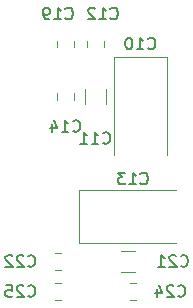
<source format=gbo>
G04 #@! TF.GenerationSoftware,KiCad,Pcbnew,5.1.5-52549c5~84~ubuntu19.04.1*
G04 #@! TF.CreationDate,2020-03-18T00:43:24+01:00*
G04 #@! TF.ProjectId,masterthesis-hardware,6d617374-6572-4746-9865-7369732d6861,v1.0*
G04 #@! TF.SameCoordinates,Original*
G04 #@! TF.FileFunction,Legend,Bot*
G04 #@! TF.FilePolarity,Positive*
%FSLAX46Y46*%
G04 Gerber Fmt 4.6, Leading zero omitted, Abs format (unit mm)*
G04 Created by KiCad (PCBNEW 5.1.5-52549c5~84~ubuntu19.04.1) date 2020-03-18 00:43:24*
%MOMM*%
%LPD*%
G04 APERTURE LIST*
%ADD10C,0.120000*%
%ADD11C,0.150000*%
G04 APERTURE END LIST*
D10*
X136151252Y-189940000D02*
X135628748Y-189940000D01*
X136151252Y-188520000D02*
X135628748Y-188520000D01*
X141978748Y-188520000D02*
X142501252Y-188520000D01*
X141978748Y-189940000D02*
X142501252Y-189940000D01*
X136151252Y-187400000D02*
X135628748Y-187400000D01*
X136151252Y-185980000D02*
X135628748Y-185980000D01*
X141220436Y-185780000D02*
X142424564Y-185780000D01*
X141220436Y-187600000D02*
X142424564Y-187600000D01*
X135815000Y-168536252D02*
X135815000Y-168013748D01*
X137235000Y-168536252D02*
X137235000Y-168013748D01*
X137235000Y-172458748D02*
X137235000Y-172981252D01*
X135815000Y-172458748D02*
X135815000Y-172981252D01*
X137655000Y-180620000D02*
X145890000Y-180620000D01*
X137655000Y-185140000D02*
X137655000Y-180620000D01*
X145890000Y-185140000D02*
X137655000Y-185140000D01*
X138355000Y-168536252D02*
X138355000Y-168013748D01*
X139775000Y-168536252D02*
X139775000Y-168013748D01*
X139975000Y-172117936D02*
X139975000Y-173322064D01*
X138155000Y-172117936D02*
X138155000Y-173322064D01*
X145135000Y-169405000D02*
X145135000Y-177640000D01*
X140615000Y-169405000D02*
X145135000Y-169405000D01*
X140615000Y-177640000D02*
X140615000Y-169405000D01*
D11*
X133357857Y-189587142D02*
X133405476Y-189634761D01*
X133548333Y-189682380D01*
X133643571Y-189682380D01*
X133786428Y-189634761D01*
X133881666Y-189539523D01*
X133929285Y-189444285D01*
X133976904Y-189253809D01*
X133976904Y-189110952D01*
X133929285Y-188920476D01*
X133881666Y-188825238D01*
X133786428Y-188730000D01*
X133643571Y-188682380D01*
X133548333Y-188682380D01*
X133405476Y-188730000D01*
X133357857Y-188777619D01*
X132976904Y-188777619D02*
X132929285Y-188730000D01*
X132834047Y-188682380D01*
X132595952Y-188682380D01*
X132500714Y-188730000D01*
X132453095Y-188777619D01*
X132405476Y-188872857D01*
X132405476Y-188968095D01*
X132453095Y-189110952D01*
X133024523Y-189682380D01*
X132405476Y-189682380D01*
X131500714Y-188682380D02*
X131976904Y-188682380D01*
X132024523Y-189158571D01*
X131976904Y-189110952D01*
X131881666Y-189063333D01*
X131643571Y-189063333D01*
X131548333Y-189110952D01*
X131500714Y-189158571D01*
X131453095Y-189253809D01*
X131453095Y-189491904D01*
X131500714Y-189587142D01*
X131548333Y-189634761D01*
X131643571Y-189682380D01*
X131881666Y-189682380D01*
X131976904Y-189634761D01*
X132024523Y-189587142D01*
X146057857Y-189587142D02*
X146105476Y-189634761D01*
X146248333Y-189682380D01*
X146343571Y-189682380D01*
X146486428Y-189634761D01*
X146581666Y-189539523D01*
X146629285Y-189444285D01*
X146676904Y-189253809D01*
X146676904Y-189110952D01*
X146629285Y-188920476D01*
X146581666Y-188825238D01*
X146486428Y-188730000D01*
X146343571Y-188682380D01*
X146248333Y-188682380D01*
X146105476Y-188730000D01*
X146057857Y-188777619D01*
X145676904Y-188777619D02*
X145629285Y-188730000D01*
X145534047Y-188682380D01*
X145295952Y-188682380D01*
X145200714Y-188730000D01*
X145153095Y-188777619D01*
X145105476Y-188872857D01*
X145105476Y-188968095D01*
X145153095Y-189110952D01*
X145724523Y-189682380D01*
X145105476Y-189682380D01*
X144248333Y-189015714D02*
X144248333Y-189682380D01*
X144486428Y-188634761D02*
X144724523Y-189349047D01*
X144105476Y-189349047D01*
X133357857Y-187047142D02*
X133405476Y-187094761D01*
X133548333Y-187142380D01*
X133643571Y-187142380D01*
X133786428Y-187094761D01*
X133881666Y-186999523D01*
X133929285Y-186904285D01*
X133976904Y-186713809D01*
X133976904Y-186570952D01*
X133929285Y-186380476D01*
X133881666Y-186285238D01*
X133786428Y-186190000D01*
X133643571Y-186142380D01*
X133548333Y-186142380D01*
X133405476Y-186190000D01*
X133357857Y-186237619D01*
X132976904Y-186237619D02*
X132929285Y-186190000D01*
X132834047Y-186142380D01*
X132595952Y-186142380D01*
X132500714Y-186190000D01*
X132453095Y-186237619D01*
X132405476Y-186332857D01*
X132405476Y-186428095D01*
X132453095Y-186570952D01*
X133024523Y-187142380D01*
X132405476Y-187142380D01*
X132024523Y-186237619D02*
X131976904Y-186190000D01*
X131881666Y-186142380D01*
X131643571Y-186142380D01*
X131548333Y-186190000D01*
X131500714Y-186237619D01*
X131453095Y-186332857D01*
X131453095Y-186428095D01*
X131500714Y-186570952D01*
X132072142Y-187142380D01*
X131453095Y-187142380D01*
X146275357Y-187047142D02*
X146322976Y-187094761D01*
X146465833Y-187142380D01*
X146561071Y-187142380D01*
X146703928Y-187094761D01*
X146799166Y-186999523D01*
X146846785Y-186904285D01*
X146894404Y-186713809D01*
X146894404Y-186570952D01*
X146846785Y-186380476D01*
X146799166Y-186285238D01*
X146703928Y-186190000D01*
X146561071Y-186142380D01*
X146465833Y-186142380D01*
X146322976Y-186190000D01*
X146275357Y-186237619D01*
X145894404Y-186237619D02*
X145846785Y-186190000D01*
X145751547Y-186142380D01*
X145513452Y-186142380D01*
X145418214Y-186190000D01*
X145370595Y-186237619D01*
X145322976Y-186332857D01*
X145322976Y-186428095D01*
X145370595Y-186570952D01*
X145942023Y-187142380D01*
X145322976Y-187142380D01*
X144370595Y-187142380D02*
X144942023Y-187142380D01*
X144656309Y-187142380D02*
X144656309Y-186142380D01*
X144751547Y-186285238D01*
X144846785Y-186380476D01*
X144942023Y-186428095D01*
X136532857Y-166092142D02*
X136580476Y-166139761D01*
X136723333Y-166187380D01*
X136818571Y-166187380D01*
X136961428Y-166139761D01*
X137056666Y-166044523D01*
X137104285Y-165949285D01*
X137151904Y-165758809D01*
X137151904Y-165615952D01*
X137104285Y-165425476D01*
X137056666Y-165330238D01*
X136961428Y-165235000D01*
X136818571Y-165187380D01*
X136723333Y-165187380D01*
X136580476Y-165235000D01*
X136532857Y-165282619D01*
X135580476Y-166187380D02*
X136151904Y-166187380D01*
X135866190Y-166187380D02*
X135866190Y-165187380D01*
X135961428Y-165330238D01*
X136056666Y-165425476D01*
X136151904Y-165473095D01*
X135104285Y-166187380D02*
X134913809Y-166187380D01*
X134818571Y-166139761D01*
X134770952Y-166092142D01*
X134675714Y-165949285D01*
X134628095Y-165758809D01*
X134628095Y-165377857D01*
X134675714Y-165282619D01*
X134723333Y-165235000D01*
X134818571Y-165187380D01*
X135009047Y-165187380D01*
X135104285Y-165235000D01*
X135151904Y-165282619D01*
X135199523Y-165377857D01*
X135199523Y-165615952D01*
X135151904Y-165711190D01*
X135104285Y-165758809D01*
X135009047Y-165806428D01*
X134818571Y-165806428D01*
X134723333Y-165758809D01*
X134675714Y-165711190D01*
X134628095Y-165615952D01*
X137167857Y-175617142D02*
X137215476Y-175664761D01*
X137358333Y-175712380D01*
X137453571Y-175712380D01*
X137596428Y-175664761D01*
X137691666Y-175569523D01*
X137739285Y-175474285D01*
X137786904Y-175283809D01*
X137786904Y-175140952D01*
X137739285Y-174950476D01*
X137691666Y-174855238D01*
X137596428Y-174760000D01*
X137453571Y-174712380D01*
X137358333Y-174712380D01*
X137215476Y-174760000D01*
X137167857Y-174807619D01*
X136215476Y-175712380D02*
X136786904Y-175712380D01*
X136501190Y-175712380D02*
X136501190Y-174712380D01*
X136596428Y-174855238D01*
X136691666Y-174950476D01*
X136786904Y-174998095D01*
X135358333Y-175045714D02*
X135358333Y-175712380D01*
X135596428Y-174664761D02*
X135834523Y-175379047D01*
X135215476Y-175379047D01*
X142882857Y-180062142D02*
X142930476Y-180109761D01*
X143073333Y-180157380D01*
X143168571Y-180157380D01*
X143311428Y-180109761D01*
X143406666Y-180014523D01*
X143454285Y-179919285D01*
X143501904Y-179728809D01*
X143501904Y-179585952D01*
X143454285Y-179395476D01*
X143406666Y-179300238D01*
X143311428Y-179205000D01*
X143168571Y-179157380D01*
X143073333Y-179157380D01*
X142930476Y-179205000D01*
X142882857Y-179252619D01*
X141930476Y-180157380D02*
X142501904Y-180157380D01*
X142216190Y-180157380D02*
X142216190Y-179157380D01*
X142311428Y-179300238D01*
X142406666Y-179395476D01*
X142501904Y-179443095D01*
X141597142Y-179157380D02*
X140978095Y-179157380D01*
X141311428Y-179538333D01*
X141168571Y-179538333D01*
X141073333Y-179585952D01*
X141025714Y-179633571D01*
X140978095Y-179728809D01*
X140978095Y-179966904D01*
X141025714Y-180062142D01*
X141073333Y-180109761D01*
X141168571Y-180157380D01*
X141454285Y-180157380D01*
X141549523Y-180109761D01*
X141597142Y-180062142D01*
X140342857Y-166092142D02*
X140390476Y-166139761D01*
X140533333Y-166187380D01*
X140628571Y-166187380D01*
X140771428Y-166139761D01*
X140866666Y-166044523D01*
X140914285Y-165949285D01*
X140961904Y-165758809D01*
X140961904Y-165615952D01*
X140914285Y-165425476D01*
X140866666Y-165330238D01*
X140771428Y-165235000D01*
X140628571Y-165187380D01*
X140533333Y-165187380D01*
X140390476Y-165235000D01*
X140342857Y-165282619D01*
X139390476Y-166187380D02*
X139961904Y-166187380D01*
X139676190Y-166187380D02*
X139676190Y-165187380D01*
X139771428Y-165330238D01*
X139866666Y-165425476D01*
X139961904Y-165473095D01*
X139009523Y-165282619D02*
X138961904Y-165235000D01*
X138866666Y-165187380D01*
X138628571Y-165187380D01*
X138533333Y-165235000D01*
X138485714Y-165282619D01*
X138438095Y-165377857D01*
X138438095Y-165473095D01*
X138485714Y-165615952D01*
X139057142Y-166187380D01*
X138438095Y-166187380D01*
X139707857Y-176633142D02*
X139755476Y-176680761D01*
X139898333Y-176728380D01*
X139993571Y-176728380D01*
X140136428Y-176680761D01*
X140231666Y-176585523D01*
X140279285Y-176490285D01*
X140326904Y-176299809D01*
X140326904Y-176156952D01*
X140279285Y-175966476D01*
X140231666Y-175871238D01*
X140136428Y-175776000D01*
X139993571Y-175728380D01*
X139898333Y-175728380D01*
X139755476Y-175776000D01*
X139707857Y-175823619D01*
X138755476Y-176728380D02*
X139326904Y-176728380D01*
X139041190Y-176728380D02*
X139041190Y-175728380D01*
X139136428Y-175871238D01*
X139231666Y-175966476D01*
X139326904Y-176014095D01*
X137803095Y-176728380D02*
X138374523Y-176728380D01*
X138088809Y-176728380D02*
X138088809Y-175728380D01*
X138184047Y-175871238D01*
X138279285Y-175966476D01*
X138374523Y-176014095D01*
X143517857Y-168632142D02*
X143565476Y-168679761D01*
X143708333Y-168727380D01*
X143803571Y-168727380D01*
X143946428Y-168679761D01*
X144041666Y-168584523D01*
X144089285Y-168489285D01*
X144136904Y-168298809D01*
X144136904Y-168155952D01*
X144089285Y-167965476D01*
X144041666Y-167870238D01*
X143946428Y-167775000D01*
X143803571Y-167727380D01*
X143708333Y-167727380D01*
X143565476Y-167775000D01*
X143517857Y-167822619D01*
X142565476Y-168727380D02*
X143136904Y-168727380D01*
X142851190Y-168727380D02*
X142851190Y-167727380D01*
X142946428Y-167870238D01*
X143041666Y-167965476D01*
X143136904Y-168013095D01*
X141946428Y-167727380D02*
X141851190Y-167727380D01*
X141755952Y-167775000D01*
X141708333Y-167822619D01*
X141660714Y-167917857D01*
X141613095Y-168108333D01*
X141613095Y-168346428D01*
X141660714Y-168536904D01*
X141708333Y-168632142D01*
X141755952Y-168679761D01*
X141851190Y-168727380D01*
X141946428Y-168727380D01*
X142041666Y-168679761D01*
X142089285Y-168632142D01*
X142136904Y-168536904D01*
X142184523Y-168346428D01*
X142184523Y-168108333D01*
X142136904Y-167917857D01*
X142089285Y-167822619D01*
X142041666Y-167775000D01*
X141946428Y-167727380D01*
M02*

</source>
